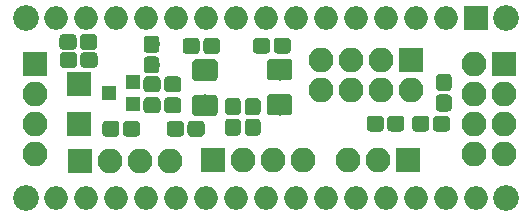
<source format=gbr>
G04 #@! TF.GenerationSoftware,KiCad,Pcbnew,(5.0.0)*
G04 #@! TF.CreationDate,2019-04-18T12:31:28+02:00*
G04 #@! TF.ProjectId,WateringSystem,5761746572696E6753797374656D2E6B,rev?*
G04 #@! TF.SameCoordinates,Original*
G04 #@! TF.FileFunction,Soldermask,Top*
G04 #@! TF.FilePolarity,Negative*
%FSLAX46Y46*%
G04 Gerber Fmt 4.6, Leading zero omitted, Abs format (unit mm)*
G04 Created by KiCad (PCBNEW (5.0.0)) date 04/18/19 12:31:28*
%MOMM*%
%LPD*%
G01*
G04 APERTURE LIST*
%ADD10R,2.000000X2.000000*%
%ADD11O,2.000000X2.000000*%
%ADD12C,2.180000*%
%ADD13C,0.100000*%
%ADD14C,1.350000*%
%ADD15R,2.080000X2.100000*%
%ADD16C,1.825000*%
%ADD17O,2.100000X2.100000*%
%ADD18R,2.100000X2.100000*%
%ADD19R,1.300000X1.200000*%
G04 APERTURE END LIST*
D10*
G04 #@! TO.C,A1*
X103174800Y-76758800D03*
D11*
X70154800Y-91998800D03*
X100634800Y-76758800D03*
X72694800Y-91998800D03*
X98094800Y-76758800D03*
X75234800Y-91998800D03*
X95554800Y-76758800D03*
X77774800Y-91998800D03*
X93014800Y-76758800D03*
X80314800Y-91998800D03*
X90474800Y-76758800D03*
X82854800Y-91998800D03*
X87934800Y-76758800D03*
X85394800Y-91998800D03*
X85394800Y-76758800D03*
X87934800Y-91998800D03*
X82854800Y-76758800D03*
X90474800Y-91998800D03*
X80314800Y-76758800D03*
X93014800Y-91998800D03*
X77774800Y-76758800D03*
X95554800Y-91998800D03*
X75234800Y-76758800D03*
X98094800Y-91998800D03*
X72694800Y-76758800D03*
X100634800Y-91998800D03*
X70154800Y-76758800D03*
X103174800Y-91998800D03*
X67614800Y-76758800D03*
X67614800Y-91998800D03*
D12*
X105714800Y-76758800D03*
X105714800Y-91998800D03*
X65074800Y-91998800D03*
X65074800Y-76758800D03*
G04 #@! TD*
D13*
G04 #@! TO.C,C1*
G36*
X69116181Y-79641425D02*
X69148943Y-79646285D01*
X69181071Y-79654333D01*
X69212256Y-79665491D01*
X69242196Y-79679652D01*
X69270605Y-79696679D01*
X69297208Y-79716409D01*
X69321749Y-79738651D01*
X69343991Y-79763192D01*
X69363721Y-79789795D01*
X69380748Y-79818204D01*
X69394909Y-79848144D01*
X69406067Y-79879329D01*
X69414115Y-79911457D01*
X69418975Y-79944219D01*
X69420600Y-79977300D01*
X69420600Y-80652300D01*
X69418975Y-80685381D01*
X69414115Y-80718143D01*
X69406067Y-80750271D01*
X69394909Y-80781456D01*
X69380748Y-80811396D01*
X69363721Y-80839805D01*
X69343991Y-80866408D01*
X69321749Y-80890949D01*
X69297208Y-80913191D01*
X69270605Y-80932921D01*
X69242196Y-80949948D01*
X69212256Y-80964109D01*
X69181071Y-80975267D01*
X69148943Y-80983315D01*
X69116181Y-80988175D01*
X69083100Y-80989800D01*
X68308100Y-80989800D01*
X68275019Y-80988175D01*
X68242257Y-80983315D01*
X68210129Y-80975267D01*
X68178944Y-80964109D01*
X68149004Y-80949948D01*
X68120595Y-80932921D01*
X68093992Y-80913191D01*
X68069451Y-80890949D01*
X68047209Y-80866408D01*
X68027479Y-80839805D01*
X68010452Y-80811396D01*
X67996291Y-80781456D01*
X67985133Y-80750271D01*
X67977085Y-80718143D01*
X67972225Y-80685381D01*
X67970600Y-80652300D01*
X67970600Y-79977300D01*
X67972225Y-79944219D01*
X67977085Y-79911457D01*
X67985133Y-79879329D01*
X67996291Y-79848144D01*
X68010452Y-79818204D01*
X68027479Y-79789795D01*
X68047209Y-79763192D01*
X68069451Y-79738651D01*
X68093992Y-79716409D01*
X68120595Y-79696679D01*
X68149004Y-79679652D01*
X68178944Y-79665491D01*
X68210129Y-79654333D01*
X68242257Y-79646285D01*
X68275019Y-79641425D01*
X68308100Y-79639800D01*
X69083100Y-79639800D01*
X69116181Y-79641425D01*
X69116181Y-79641425D01*
G37*
D14*
X68695600Y-80314800D03*
D13*
G36*
X70866181Y-79641425D02*
X70898943Y-79646285D01*
X70931071Y-79654333D01*
X70962256Y-79665491D01*
X70992196Y-79679652D01*
X71020605Y-79696679D01*
X71047208Y-79716409D01*
X71071749Y-79738651D01*
X71093991Y-79763192D01*
X71113721Y-79789795D01*
X71130748Y-79818204D01*
X71144909Y-79848144D01*
X71156067Y-79879329D01*
X71164115Y-79911457D01*
X71168975Y-79944219D01*
X71170600Y-79977300D01*
X71170600Y-80652300D01*
X71168975Y-80685381D01*
X71164115Y-80718143D01*
X71156067Y-80750271D01*
X71144909Y-80781456D01*
X71130748Y-80811396D01*
X71113721Y-80839805D01*
X71093991Y-80866408D01*
X71071749Y-80890949D01*
X71047208Y-80913191D01*
X71020605Y-80932921D01*
X70992196Y-80949948D01*
X70962256Y-80964109D01*
X70931071Y-80975267D01*
X70898943Y-80983315D01*
X70866181Y-80988175D01*
X70833100Y-80989800D01*
X70058100Y-80989800D01*
X70025019Y-80988175D01*
X69992257Y-80983315D01*
X69960129Y-80975267D01*
X69928944Y-80964109D01*
X69899004Y-80949948D01*
X69870595Y-80932921D01*
X69843992Y-80913191D01*
X69819451Y-80890949D01*
X69797209Y-80866408D01*
X69777479Y-80839805D01*
X69760452Y-80811396D01*
X69746291Y-80781456D01*
X69735133Y-80750271D01*
X69727085Y-80718143D01*
X69722225Y-80685381D01*
X69720600Y-80652300D01*
X69720600Y-79977300D01*
X69722225Y-79944219D01*
X69727085Y-79911457D01*
X69735133Y-79879329D01*
X69746291Y-79848144D01*
X69760452Y-79818204D01*
X69777479Y-79789795D01*
X69797209Y-79763192D01*
X69819451Y-79738651D01*
X69843992Y-79716409D01*
X69870595Y-79696679D01*
X69899004Y-79679652D01*
X69928944Y-79665491D01*
X69960129Y-79654333D01*
X69992257Y-79646285D01*
X70025019Y-79641425D01*
X70058100Y-79639800D01*
X70833100Y-79639800D01*
X70866181Y-79641425D01*
X70866181Y-79641425D01*
G37*
D14*
X70445600Y-80314800D03*
G04 #@! TD*
D13*
G04 #@! TO.C,C2*
G36*
X70840781Y-78117425D02*
X70873543Y-78122285D01*
X70905671Y-78130333D01*
X70936856Y-78141491D01*
X70966796Y-78155652D01*
X70995205Y-78172679D01*
X71021808Y-78192409D01*
X71046349Y-78214651D01*
X71068591Y-78239192D01*
X71088321Y-78265795D01*
X71105348Y-78294204D01*
X71119509Y-78324144D01*
X71130667Y-78355329D01*
X71138715Y-78387457D01*
X71143575Y-78420219D01*
X71145200Y-78453300D01*
X71145200Y-79128300D01*
X71143575Y-79161381D01*
X71138715Y-79194143D01*
X71130667Y-79226271D01*
X71119509Y-79257456D01*
X71105348Y-79287396D01*
X71088321Y-79315805D01*
X71068591Y-79342408D01*
X71046349Y-79366949D01*
X71021808Y-79389191D01*
X70995205Y-79408921D01*
X70966796Y-79425948D01*
X70936856Y-79440109D01*
X70905671Y-79451267D01*
X70873543Y-79459315D01*
X70840781Y-79464175D01*
X70807700Y-79465800D01*
X70032700Y-79465800D01*
X69999619Y-79464175D01*
X69966857Y-79459315D01*
X69934729Y-79451267D01*
X69903544Y-79440109D01*
X69873604Y-79425948D01*
X69845195Y-79408921D01*
X69818592Y-79389191D01*
X69794051Y-79366949D01*
X69771809Y-79342408D01*
X69752079Y-79315805D01*
X69735052Y-79287396D01*
X69720891Y-79257456D01*
X69709733Y-79226271D01*
X69701685Y-79194143D01*
X69696825Y-79161381D01*
X69695200Y-79128300D01*
X69695200Y-78453300D01*
X69696825Y-78420219D01*
X69701685Y-78387457D01*
X69709733Y-78355329D01*
X69720891Y-78324144D01*
X69735052Y-78294204D01*
X69752079Y-78265795D01*
X69771809Y-78239192D01*
X69794051Y-78214651D01*
X69818592Y-78192409D01*
X69845195Y-78172679D01*
X69873604Y-78155652D01*
X69903544Y-78141491D01*
X69934729Y-78130333D01*
X69966857Y-78122285D01*
X69999619Y-78117425D01*
X70032700Y-78115800D01*
X70807700Y-78115800D01*
X70840781Y-78117425D01*
X70840781Y-78117425D01*
G37*
D14*
X70420200Y-78790800D03*
D13*
G36*
X69090781Y-78117425D02*
X69123543Y-78122285D01*
X69155671Y-78130333D01*
X69186856Y-78141491D01*
X69216796Y-78155652D01*
X69245205Y-78172679D01*
X69271808Y-78192409D01*
X69296349Y-78214651D01*
X69318591Y-78239192D01*
X69338321Y-78265795D01*
X69355348Y-78294204D01*
X69369509Y-78324144D01*
X69380667Y-78355329D01*
X69388715Y-78387457D01*
X69393575Y-78420219D01*
X69395200Y-78453300D01*
X69395200Y-79128300D01*
X69393575Y-79161381D01*
X69388715Y-79194143D01*
X69380667Y-79226271D01*
X69369509Y-79257456D01*
X69355348Y-79287396D01*
X69338321Y-79315805D01*
X69318591Y-79342408D01*
X69296349Y-79366949D01*
X69271808Y-79389191D01*
X69245205Y-79408921D01*
X69216796Y-79425948D01*
X69186856Y-79440109D01*
X69155671Y-79451267D01*
X69123543Y-79459315D01*
X69090781Y-79464175D01*
X69057700Y-79465800D01*
X68282700Y-79465800D01*
X68249619Y-79464175D01*
X68216857Y-79459315D01*
X68184729Y-79451267D01*
X68153544Y-79440109D01*
X68123604Y-79425948D01*
X68095195Y-79408921D01*
X68068592Y-79389191D01*
X68044051Y-79366949D01*
X68021809Y-79342408D01*
X68002079Y-79315805D01*
X67985052Y-79287396D01*
X67970891Y-79257456D01*
X67959733Y-79226271D01*
X67951685Y-79194143D01*
X67946825Y-79161381D01*
X67945200Y-79128300D01*
X67945200Y-78453300D01*
X67946825Y-78420219D01*
X67951685Y-78387457D01*
X67959733Y-78355329D01*
X67970891Y-78324144D01*
X67985052Y-78294204D01*
X68002079Y-78265795D01*
X68021809Y-78239192D01*
X68044051Y-78214651D01*
X68068592Y-78192409D01*
X68095195Y-78172679D01*
X68123604Y-78155652D01*
X68153544Y-78141491D01*
X68184729Y-78130333D01*
X68216857Y-78122285D01*
X68249619Y-78117425D01*
X68282700Y-78115800D01*
X69057700Y-78115800D01*
X69090781Y-78117425D01*
X69090781Y-78117425D01*
G37*
D14*
X68670200Y-78790800D03*
G04 #@! TD*
D13*
G04 #@! TO.C,C3*
G36*
X76202781Y-81698825D02*
X76235543Y-81703685D01*
X76267671Y-81711733D01*
X76298856Y-81722891D01*
X76328796Y-81737052D01*
X76357205Y-81754079D01*
X76383808Y-81773809D01*
X76408349Y-81796051D01*
X76430591Y-81820592D01*
X76450321Y-81847195D01*
X76467348Y-81875604D01*
X76481509Y-81905544D01*
X76492667Y-81936729D01*
X76500715Y-81968857D01*
X76505575Y-82001619D01*
X76507200Y-82034700D01*
X76507200Y-82709700D01*
X76505575Y-82742781D01*
X76500715Y-82775543D01*
X76492667Y-82807671D01*
X76481509Y-82838856D01*
X76467348Y-82868796D01*
X76450321Y-82897205D01*
X76430591Y-82923808D01*
X76408349Y-82948349D01*
X76383808Y-82970591D01*
X76357205Y-82990321D01*
X76328796Y-83007348D01*
X76298856Y-83021509D01*
X76267671Y-83032667D01*
X76235543Y-83040715D01*
X76202781Y-83045575D01*
X76169700Y-83047200D01*
X75394700Y-83047200D01*
X75361619Y-83045575D01*
X75328857Y-83040715D01*
X75296729Y-83032667D01*
X75265544Y-83021509D01*
X75235604Y-83007348D01*
X75207195Y-82990321D01*
X75180592Y-82970591D01*
X75156051Y-82948349D01*
X75133809Y-82923808D01*
X75114079Y-82897205D01*
X75097052Y-82868796D01*
X75082891Y-82838856D01*
X75071733Y-82807671D01*
X75063685Y-82775543D01*
X75058825Y-82742781D01*
X75057200Y-82709700D01*
X75057200Y-82034700D01*
X75058825Y-82001619D01*
X75063685Y-81968857D01*
X75071733Y-81936729D01*
X75082891Y-81905544D01*
X75097052Y-81875604D01*
X75114079Y-81847195D01*
X75133809Y-81820592D01*
X75156051Y-81796051D01*
X75180592Y-81773809D01*
X75207195Y-81754079D01*
X75235604Y-81737052D01*
X75265544Y-81722891D01*
X75296729Y-81711733D01*
X75328857Y-81703685D01*
X75361619Y-81698825D01*
X75394700Y-81697200D01*
X76169700Y-81697200D01*
X76202781Y-81698825D01*
X76202781Y-81698825D01*
G37*
D14*
X75782200Y-82372200D03*
D13*
G36*
X77952781Y-81698825D02*
X77985543Y-81703685D01*
X78017671Y-81711733D01*
X78048856Y-81722891D01*
X78078796Y-81737052D01*
X78107205Y-81754079D01*
X78133808Y-81773809D01*
X78158349Y-81796051D01*
X78180591Y-81820592D01*
X78200321Y-81847195D01*
X78217348Y-81875604D01*
X78231509Y-81905544D01*
X78242667Y-81936729D01*
X78250715Y-81968857D01*
X78255575Y-82001619D01*
X78257200Y-82034700D01*
X78257200Y-82709700D01*
X78255575Y-82742781D01*
X78250715Y-82775543D01*
X78242667Y-82807671D01*
X78231509Y-82838856D01*
X78217348Y-82868796D01*
X78200321Y-82897205D01*
X78180591Y-82923808D01*
X78158349Y-82948349D01*
X78133808Y-82970591D01*
X78107205Y-82990321D01*
X78078796Y-83007348D01*
X78048856Y-83021509D01*
X78017671Y-83032667D01*
X77985543Y-83040715D01*
X77952781Y-83045575D01*
X77919700Y-83047200D01*
X77144700Y-83047200D01*
X77111619Y-83045575D01*
X77078857Y-83040715D01*
X77046729Y-83032667D01*
X77015544Y-83021509D01*
X76985604Y-83007348D01*
X76957195Y-82990321D01*
X76930592Y-82970591D01*
X76906051Y-82948349D01*
X76883809Y-82923808D01*
X76864079Y-82897205D01*
X76847052Y-82868796D01*
X76832891Y-82838856D01*
X76821733Y-82807671D01*
X76813685Y-82775543D01*
X76808825Y-82742781D01*
X76807200Y-82709700D01*
X76807200Y-82034700D01*
X76808825Y-82001619D01*
X76813685Y-81968857D01*
X76821733Y-81936729D01*
X76832891Y-81905544D01*
X76847052Y-81875604D01*
X76864079Y-81847195D01*
X76883809Y-81820592D01*
X76906051Y-81796051D01*
X76930592Y-81773809D01*
X76957195Y-81754079D01*
X76985604Y-81737052D01*
X77015544Y-81722891D01*
X77046729Y-81711733D01*
X77078857Y-81703685D01*
X77111619Y-81698825D01*
X77144700Y-81697200D01*
X77919700Y-81697200D01*
X77952781Y-81698825D01*
X77952781Y-81698825D01*
G37*
D14*
X77532200Y-82372200D03*
G04 #@! TD*
D15*
G04 #@! TO.C,D1*
X69570600Y-85748600D03*
X69570600Y-82348600D03*
G04 #@! TD*
D13*
G04 #@! TO.C,D2*
G36*
X87374807Y-83188442D02*
X87405887Y-83193052D01*
X87436366Y-83200687D01*
X87465950Y-83211272D01*
X87494354Y-83224706D01*
X87521304Y-83240859D01*
X87546542Y-83259577D01*
X87569823Y-83280677D01*
X87590923Y-83303958D01*
X87609641Y-83329196D01*
X87625794Y-83356146D01*
X87639228Y-83384550D01*
X87649813Y-83414134D01*
X87657448Y-83444613D01*
X87662058Y-83475693D01*
X87663600Y-83507076D01*
X87663600Y-84691724D01*
X87662058Y-84723107D01*
X87657448Y-84754187D01*
X87649813Y-84784666D01*
X87639228Y-84814250D01*
X87625794Y-84842654D01*
X87609641Y-84869604D01*
X87590923Y-84894842D01*
X87569823Y-84918123D01*
X87546542Y-84939223D01*
X87521304Y-84957941D01*
X87494354Y-84974094D01*
X87465950Y-84987528D01*
X87436366Y-84998113D01*
X87405887Y-85005748D01*
X87374807Y-85010358D01*
X87343424Y-85011900D01*
X85833776Y-85011900D01*
X85802393Y-85010358D01*
X85771313Y-85005748D01*
X85740834Y-84998113D01*
X85711250Y-84987528D01*
X85682846Y-84974094D01*
X85655896Y-84957941D01*
X85630658Y-84939223D01*
X85607377Y-84918123D01*
X85586277Y-84894842D01*
X85567559Y-84869604D01*
X85551406Y-84842654D01*
X85537972Y-84814250D01*
X85527387Y-84784666D01*
X85519752Y-84754187D01*
X85515142Y-84723107D01*
X85513600Y-84691724D01*
X85513600Y-83507076D01*
X85515142Y-83475693D01*
X85519752Y-83444613D01*
X85527387Y-83414134D01*
X85537972Y-83384550D01*
X85551406Y-83356146D01*
X85567559Y-83329196D01*
X85586277Y-83303958D01*
X85607377Y-83280677D01*
X85630658Y-83259577D01*
X85655896Y-83240859D01*
X85682846Y-83224706D01*
X85711250Y-83211272D01*
X85740834Y-83200687D01*
X85771313Y-83193052D01*
X85802393Y-83188442D01*
X85833776Y-83186900D01*
X87343424Y-83186900D01*
X87374807Y-83188442D01*
X87374807Y-83188442D01*
G37*
D16*
X86588600Y-84099400D03*
D13*
G36*
X87374807Y-80213442D02*
X87405887Y-80218052D01*
X87436366Y-80225687D01*
X87465950Y-80236272D01*
X87494354Y-80249706D01*
X87521304Y-80265859D01*
X87546542Y-80284577D01*
X87569823Y-80305677D01*
X87590923Y-80328958D01*
X87609641Y-80354196D01*
X87625794Y-80381146D01*
X87639228Y-80409550D01*
X87649813Y-80439134D01*
X87657448Y-80469613D01*
X87662058Y-80500693D01*
X87663600Y-80532076D01*
X87663600Y-81716724D01*
X87662058Y-81748107D01*
X87657448Y-81779187D01*
X87649813Y-81809666D01*
X87639228Y-81839250D01*
X87625794Y-81867654D01*
X87609641Y-81894604D01*
X87590923Y-81919842D01*
X87569823Y-81943123D01*
X87546542Y-81964223D01*
X87521304Y-81982941D01*
X87494354Y-81999094D01*
X87465950Y-82012528D01*
X87436366Y-82023113D01*
X87405887Y-82030748D01*
X87374807Y-82035358D01*
X87343424Y-82036900D01*
X85833776Y-82036900D01*
X85802393Y-82035358D01*
X85771313Y-82030748D01*
X85740834Y-82023113D01*
X85711250Y-82012528D01*
X85682846Y-81999094D01*
X85655896Y-81982941D01*
X85630658Y-81964223D01*
X85607377Y-81943123D01*
X85586277Y-81919842D01*
X85567559Y-81894604D01*
X85551406Y-81867654D01*
X85537972Y-81839250D01*
X85527387Y-81809666D01*
X85519752Y-81779187D01*
X85515142Y-81748107D01*
X85513600Y-81716724D01*
X85513600Y-80532076D01*
X85515142Y-80500693D01*
X85519752Y-80469613D01*
X85527387Y-80439134D01*
X85537972Y-80409550D01*
X85551406Y-80381146D01*
X85567559Y-80354196D01*
X85586277Y-80328958D01*
X85607377Y-80305677D01*
X85630658Y-80284577D01*
X85655896Y-80265859D01*
X85682846Y-80249706D01*
X85711250Y-80236272D01*
X85740834Y-80225687D01*
X85771313Y-80218052D01*
X85802393Y-80213442D01*
X85833776Y-80211900D01*
X87343424Y-80211900D01*
X87374807Y-80213442D01*
X87374807Y-80213442D01*
G37*
D16*
X86588600Y-81124400D03*
G04 #@! TD*
D13*
G04 #@! TO.C,D3*
G36*
X81050207Y-80267442D02*
X81081287Y-80272052D01*
X81111766Y-80279687D01*
X81141350Y-80290272D01*
X81169754Y-80303706D01*
X81196704Y-80319859D01*
X81221942Y-80338577D01*
X81245223Y-80359677D01*
X81266323Y-80382958D01*
X81285041Y-80408196D01*
X81301194Y-80435146D01*
X81314628Y-80463550D01*
X81325213Y-80493134D01*
X81332848Y-80523613D01*
X81337458Y-80554693D01*
X81339000Y-80586076D01*
X81339000Y-81770724D01*
X81337458Y-81802107D01*
X81332848Y-81833187D01*
X81325213Y-81863666D01*
X81314628Y-81893250D01*
X81301194Y-81921654D01*
X81285041Y-81948604D01*
X81266323Y-81973842D01*
X81245223Y-81997123D01*
X81221942Y-82018223D01*
X81196704Y-82036941D01*
X81169754Y-82053094D01*
X81141350Y-82066528D01*
X81111766Y-82077113D01*
X81081287Y-82084748D01*
X81050207Y-82089358D01*
X81018824Y-82090900D01*
X79509176Y-82090900D01*
X79477793Y-82089358D01*
X79446713Y-82084748D01*
X79416234Y-82077113D01*
X79386650Y-82066528D01*
X79358246Y-82053094D01*
X79331296Y-82036941D01*
X79306058Y-82018223D01*
X79282777Y-81997123D01*
X79261677Y-81973842D01*
X79242959Y-81948604D01*
X79226806Y-81921654D01*
X79213372Y-81893250D01*
X79202787Y-81863666D01*
X79195152Y-81833187D01*
X79190542Y-81802107D01*
X79189000Y-81770724D01*
X79189000Y-80586076D01*
X79190542Y-80554693D01*
X79195152Y-80523613D01*
X79202787Y-80493134D01*
X79213372Y-80463550D01*
X79226806Y-80435146D01*
X79242959Y-80408196D01*
X79261677Y-80382958D01*
X79282777Y-80359677D01*
X79306058Y-80338577D01*
X79331296Y-80319859D01*
X79358246Y-80303706D01*
X79386650Y-80290272D01*
X79416234Y-80279687D01*
X79446713Y-80272052D01*
X79477793Y-80267442D01*
X79509176Y-80265900D01*
X81018824Y-80265900D01*
X81050207Y-80267442D01*
X81050207Y-80267442D01*
G37*
D16*
X80264000Y-81178400D03*
D13*
G36*
X81050207Y-83242442D02*
X81081287Y-83247052D01*
X81111766Y-83254687D01*
X81141350Y-83265272D01*
X81169754Y-83278706D01*
X81196704Y-83294859D01*
X81221942Y-83313577D01*
X81245223Y-83334677D01*
X81266323Y-83357958D01*
X81285041Y-83383196D01*
X81301194Y-83410146D01*
X81314628Y-83438550D01*
X81325213Y-83468134D01*
X81332848Y-83498613D01*
X81337458Y-83529693D01*
X81339000Y-83561076D01*
X81339000Y-84745724D01*
X81337458Y-84777107D01*
X81332848Y-84808187D01*
X81325213Y-84838666D01*
X81314628Y-84868250D01*
X81301194Y-84896654D01*
X81285041Y-84923604D01*
X81266323Y-84948842D01*
X81245223Y-84972123D01*
X81221942Y-84993223D01*
X81196704Y-85011941D01*
X81169754Y-85028094D01*
X81141350Y-85041528D01*
X81111766Y-85052113D01*
X81081287Y-85059748D01*
X81050207Y-85064358D01*
X81018824Y-85065900D01*
X79509176Y-85065900D01*
X79477793Y-85064358D01*
X79446713Y-85059748D01*
X79416234Y-85052113D01*
X79386650Y-85041528D01*
X79358246Y-85028094D01*
X79331296Y-85011941D01*
X79306058Y-84993223D01*
X79282777Y-84972123D01*
X79261677Y-84948842D01*
X79242959Y-84923604D01*
X79226806Y-84896654D01*
X79213372Y-84868250D01*
X79202787Y-84838666D01*
X79195152Y-84808187D01*
X79190542Y-84777107D01*
X79189000Y-84745724D01*
X79189000Y-83561076D01*
X79190542Y-83529693D01*
X79195152Y-83498613D01*
X79202787Y-83468134D01*
X79213372Y-83438550D01*
X79226806Y-83410146D01*
X79242959Y-83383196D01*
X79261677Y-83357958D01*
X79282777Y-83334677D01*
X79306058Y-83313577D01*
X79331296Y-83294859D01*
X79358246Y-83278706D01*
X79386650Y-83265272D01*
X79416234Y-83254687D01*
X79446713Y-83247052D01*
X79477793Y-83242442D01*
X79509176Y-83240900D01*
X81018824Y-83240900D01*
X81050207Y-83242442D01*
X81050207Y-83242442D01*
G37*
D16*
X80264000Y-84153400D03*
G04 #@! TD*
D17*
G04 #@! TO.C,J1*
X65913000Y-88239600D03*
X65913000Y-85699600D03*
X65913000Y-83159600D03*
D18*
X65913000Y-80619600D03*
G04 #@! TD*
D17*
G04 #@! TO.C,J2*
X90093800Y-82854800D03*
X90093800Y-80314800D03*
X92633800Y-82854800D03*
X92633800Y-80314800D03*
X95173800Y-82854800D03*
X95173800Y-80314800D03*
X97713800Y-82854800D03*
D18*
X97713800Y-80314800D03*
G04 #@! TD*
G04 #@! TO.C,J4*
X69723000Y-88849200D03*
D17*
X72263000Y-88849200D03*
X74803000Y-88849200D03*
X77343000Y-88849200D03*
G04 #@! TD*
D19*
G04 #@! TO.C,Q1*
X74152000Y-84084200D03*
X74152000Y-82184200D03*
X72152000Y-83134200D03*
G04 #@! TD*
D13*
G04 #@! TO.C,R1*
G36*
X76202781Y-83476825D02*
X76235543Y-83481685D01*
X76267671Y-83489733D01*
X76298856Y-83500891D01*
X76328796Y-83515052D01*
X76357205Y-83532079D01*
X76383808Y-83551809D01*
X76408349Y-83574051D01*
X76430591Y-83598592D01*
X76450321Y-83625195D01*
X76467348Y-83653604D01*
X76481509Y-83683544D01*
X76492667Y-83714729D01*
X76500715Y-83746857D01*
X76505575Y-83779619D01*
X76507200Y-83812700D01*
X76507200Y-84487700D01*
X76505575Y-84520781D01*
X76500715Y-84553543D01*
X76492667Y-84585671D01*
X76481509Y-84616856D01*
X76467348Y-84646796D01*
X76450321Y-84675205D01*
X76430591Y-84701808D01*
X76408349Y-84726349D01*
X76383808Y-84748591D01*
X76357205Y-84768321D01*
X76328796Y-84785348D01*
X76298856Y-84799509D01*
X76267671Y-84810667D01*
X76235543Y-84818715D01*
X76202781Y-84823575D01*
X76169700Y-84825200D01*
X75394700Y-84825200D01*
X75361619Y-84823575D01*
X75328857Y-84818715D01*
X75296729Y-84810667D01*
X75265544Y-84799509D01*
X75235604Y-84785348D01*
X75207195Y-84768321D01*
X75180592Y-84748591D01*
X75156051Y-84726349D01*
X75133809Y-84701808D01*
X75114079Y-84675205D01*
X75097052Y-84646796D01*
X75082891Y-84616856D01*
X75071733Y-84585671D01*
X75063685Y-84553543D01*
X75058825Y-84520781D01*
X75057200Y-84487700D01*
X75057200Y-83812700D01*
X75058825Y-83779619D01*
X75063685Y-83746857D01*
X75071733Y-83714729D01*
X75082891Y-83683544D01*
X75097052Y-83653604D01*
X75114079Y-83625195D01*
X75133809Y-83598592D01*
X75156051Y-83574051D01*
X75180592Y-83551809D01*
X75207195Y-83532079D01*
X75235604Y-83515052D01*
X75265544Y-83500891D01*
X75296729Y-83489733D01*
X75328857Y-83481685D01*
X75361619Y-83476825D01*
X75394700Y-83475200D01*
X76169700Y-83475200D01*
X76202781Y-83476825D01*
X76202781Y-83476825D01*
G37*
D14*
X75782200Y-84150200D03*
D13*
G36*
X77952781Y-83476825D02*
X77985543Y-83481685D01*
X78017671Y-83489733D01*
X78048856Y-83500891D01*
X78078796Y-83515052D01*
X78107205Y-83532079D01*
X78133808Y-83551809D01*
X78158349Y-83574051D01*
X78180591Y-83598592D01*
X78200321Y-83625195D01*
X78217348Y-83653604D01*
X78231509Y-83683544D01*
X78242667Y-83714729D01*
X78250715Y-83746857D01*
X78255575Y-83779619D01*
X78257200Y-83812700D01*
X78257200Y-84487700D01*
X78255575Y-84520781D01*
X78250715Y-84553543D01*
X78242667Y-84585671D01*
X78231509Y-84616856D01*
X78217348Y-84646796D01*
X78200321Y-84675205D01*
X78180591Y-84701808D01*
X78158349Y-84726349D01*
X78133808Y-84748591D01*
X78107205Y-84768321D01*
X78078796Y-84785348D01*
X78048856Y-84799509D01*
X78017671Y-84810667D01*
X77985543Y-84818715D01*
X77952781Y-84823575D01*
X77919700Y-84825200D01*
X77144700Y-84825200D01*
X77111619Y-84823575D01*
X77078857Y-84818715D01*
X77046729Y-84810667D01*
X77015544Y-84799509D01*
X76985604Y-84785348D01*
X76957195Y-84768321D01*
X76930592Y-84748591D01*
X76906051Y-84726349D01*
X76883809Y-84701808D01*
X76864079Y-84675205D01*
X76847052Y-84646796D01*
X76832891Y-84616856D01*
X76821733Y-84585671D01*
X76813685Y-84553543D01*
X76808825Y-84520781D01*
X76807200Y-84487700D01*
X76807200Y-83812700D01*
X76808825Y-83779619D01*
X76813685Y-83746857D01*
X76821733Y-83714729D01*
X76832891Y-83683544D01*
X76847052Y-83653604D01*
X76864079Y-83625195D01*
X76883809Y-83598592D01*
X76906051Y-83574051D01*
X76930592Y-83551809D01*
X76957195Y-83532079D01*
X76985604Y-83515052D01*
X77015544Y-83500891D01*
X77046729Y-83489733D01*
X77078857Y-83481685D01*
X77111619Y-83476825D01*
X77144700Y-83475200D01*
X77919700Y-83475200D01*
X77952781Y-83476825D01*
X77952781Y-83476825D01*
G37*
D14*
X77532200Y-84150200D03*
G04 #@! TD*
D13*
G04 #@! TO.C,R2*
G36*
X85473781Y-78422225D02*
X85506543Y-78427085D01*
X85538671Y-78435133D01*
X85569856Y-78446291D01*
X85599796Y-78460452D01*
X85628205Y-78477479D01*
X85654808Y-78497209D01*
X85679349Y-78519451D01*
X85701591Y-78543992D01*
X85721321Y-78570595D01*
X85738348Y-78599004D01*
X85752509Y-78628944D01*
X85763667Y-78660129D01*
X85771715Y-78692257D01*
X85776575Y-78725019D01*
X85778200Y-78758100D01*
X85778200Y-79433100D01*
X85776575Y-79466181D01*
X85771715Y-79498943D01*
X85763667Y-79531071D01*
X85752509Y-79562256D01*
X85738348Y-79592196D01*
X85721321Y-79620605D01*
X85701591Y-79647208D01*
X85679349Y-79671749D01*
X85654808Y-79693991D01*
X85628205Y-79713721D01*
X85599796Y-79730748D01*
X85569856Y-79744909D01*
X85538671Y-79756067D01*
X85506543Y-79764115D01*
X85473781Y-79768975D01*
X85440700Y-79770600D01*
X84665700Y-79770600D01*
X84632619Y-79768975D01*
X84599857Y-79764115D01*
X84567729Y-79756067D01*
X84536544Y-79744909D01*
X84506604Y-79730748D01*
X84478195Y-79713721D01*
X84451592Y-79693991D01*
X84427051Y-79671749D01*
X84404809Y-79647208D01*
X84385079Y-79620605D01*
X84368052Y-79592196D01*
X84353891Y-79562256D01*
X84342733Y-79531071D01*
X84334685Y-79498943D01*
X84329825Y-79466181D01*
X84328200Y-79433100D01*
X84328200Y-78758100D01*
X84329825Y-78725019D01*
X84334685Y-78692257D01*
X84342733Y-78660129D01*
X84353891Y-78628944D01*
X84368052Y-78599004D01*
X84385079Y-78570595D01*
X84404809Y-78543992D01*
X84427051Y-78519451D01*
X84451592Y-78497209D01*
X84478195Y-78477479D01*
X84506604Y-78460452D01*
X84536544Y-78446291D01*
X84567729Y-78435133D01*
X84599857Y-78427085D01*
X84632619Y-78422225D01*
X84665700Y-78420600D01*
X85440700Y-78420600D01*
X85473781Y-78422225D01*
X85473781Y-78422225D01*
G37*
D14*
X85053200Y-79095600D03*
D13*
G36*
X87223781Y-78422225D02*
X87256543Y-78427085D01*
X87288671Y-78435133D01*
X87319856Y-78446291D01*
X87349796Y-78460452D01*
X87378205Y-78477479D01*
X87404808Y-78497209D01*
X87429349Y-78519451D01*
X87451591Y-78543992D01*
X87471321Y-78570595D01*
X87488348Y-78599004D01*
X87502509Y-78628944D01*
X87513667Y-78660129D01*
X87521715Y-78692257D01*
X87526575Y-78725019D01*
X87528200Y-78758100D01*
X87528200Y-79433100D01*
X87526575Y-79466181D01*
X87521715Y-79498943D01*
X87513667Y-79531071D01*
X87502509Y-79562256D01*
X87488348Y-79592196D01*
X87471321Y-79620605D01*
X87451591Y-79647208D01*
X87429349Y-79671749D01*
X87404808Y-79693991D01*
X87378205Y-79713721D01*
X87349796Y-79730748D01*
X87319856Y-79744909D01*
X87288671Y-79756067D01*
X87256543Y-79764115D01*
X87223781Y-79768975D01*
X87190700Y-79770600D01*
X86415700Y-79770600D01*
X86382619Y-79768975D01*
X86349857Y-79764115D01*
X86317729Y-79756067D01*
X86286544Y-79744909D01*
X86256604Y-79730748D01*
X86228195Y-79713721D01*
X86201592Y-79693991D01*
X86177051Y-79671749D01*
X86154809Y-79647208D01*
X86135079Y-79620605D01*
X86118052Y-79592196D01*
X86103891Y-79562256D01*
X86092733Y-79531071D01*
X86084685Y-79498943D01*
X86079825Y-79466181D01*
X86078200Y-79433100D01*
X86078200Y-78758100D01*
X86079825Y-78725019D01*
X86084685Y-78692257D01*
X86092733Y-78660129D01*
X86103891Y-78628944D01*
X86118052Y-78599004D01*
X86135079Y-78570595D01*
X86154809Y-78543992D01*
X86177051Y-78519451D01*
X86201592Y-78497209D01*
X86228195Y-78477479D01*
X86256604Y-78460452D01*
X86286544Y-78446291D01*
X86317729Y-78435133D01*
X86349857Y-78427085D01*
X86382619Y-78422225D01*
X86415700Y-78420600D01*
X87190700Y-78420600D01*
X87223781Y-78422225D01*
X87223781Y-78422225D01*
G37*
D14*
X86803200Y-79095600D03*
G04 #@! TD*
D13*
G04 #@! TO.C,R3*
G36*
X76113381Y-78259225D02*
X76146143Y-78264085D01*
X76178271Y-78272133D01*
X76209456Y-78283291D01*
X76239396Y-78297452D01*
X76267805Y-78314479D01*
X76294408Y-78334209D01*
X76318949Y-78356451D01*
X76341191Y-78380992D01*
X76360921Y-78407595D01*
X76377948Y-78436004D01*
X76392109Y-78465944D01*
X76403267Y-78497129D01*
X76411315Y-78529257D01*
X76416175Y-78562019D01*
X76417800Y-78595100D01*
X76417800Y-79370100D01*
X76416175Y-79403181D01*
X76411315Y-79435943D01*
X76403267Y-79468071D01*
X76392109Y-79499256D01*
X76377948Y-79529196D01*
X76360921Y-79557605D01*
X76341191Y-79584208D01*
X76318949Y-79608749D01*
X76294408Y-79630991D01*
X76267805Y-79650721D01*
X76239396Y-79667748D01*
X76209456Y-79681909D01*
X76178271Y-79693067D01*
X76146143Y-79701115D01*
X76113381Y-79705975D01*
X76080300Y-79707600D01*
X75405300Y-79707600D01*
X75372219Y-79705975D01*
X75339457Y-79701115D01*
X75307329Y-79693067D01*
X75276144Y-79681909D01*
X75246204Y-79667748D01*
X75217795Y-79650721D01*
X75191192Y-79630991D01*
X75166651Y-79608749D01*
X75144409Y-79584208D01*
X75124679Y-79557605D01*
X75107652Y-79529196D01*
X75093491Y-79499256D01*
X75082333Y-79468071D01*
X75074285Y-79435943D01*
X75069425Y-79403181D01*
X75067800Y-79370100D01*
X75067800Y-78595100D01*
X75069425Y-78562019D01*
X75074285Y-78529257D01*
X75082333Y-78497129D01*
X75093491Y-78465944D01*
X75107652Y-78436004D01*
X75124679Y-78407595D01*
X75144409Y-78380992D01*
X75166651Y-78356451D01*
X75191192Y-78334209D01*
X75217795Y-78314479D01*
X75246204Y-78297452D01*
X75276144Y-78283291D01*
X75307329Y-78272133D01*
X75339457Y-78264085D01*
X75372219Y-78259225D01*
X75405300Y-78257600D01*
X76080300Y-78257600D01*
X76113381Y-78259225D01*
X76113381Y-78259225D01*
G37*
D14*
X75742800Y-78982600D03*
D13*
G36*
X76113381Y-80009225D02*
X76146143Y-80014085D01*
X76178271Y-80022133D01*
X76209456Y-80033291D01*
X76239396Y-80047452D01*
X76267805Y-80064479D01*
X76294408Y-80084209D01*
X76318949Y-80106451D01*
X76341191Y-80130992D01*
X76360921Y-80157595D01*
X76377948Y-80186004D01*
X76392109Y-80215944D01*
X76403267Y-80247129D01*
X76411315Y-80279257D01*
X76416175Y-80312019D01*
X76417800Y-80345100D01*
X76417800Y-81120100D01*
X76416175Y-81153181D01*
X76411315Y-81185943D01*
X76403267Y-81218071D01*
X76392109Y-81249256D01*
X76377948Y-81279196D01*
X76360921Y-81307605D01*
X76341191Y-81334208D01*
X76318949Y-81358749D01*
X76294408Y-81380991D01*
X76267805Y-81400721D01*
X76239396Y-81417748D01*
X76209456Y-81431909D01*
X76178271Y-81443067D01*
X76146143Y-81451115D01*
X76113381Y-81455975D01*
X76080300Y-81457600D01*
X75405300Y-81457600D01*
X75372219Y-81455975D01*
X75339457Y-81451115D01*
X75307329Y-81443067D01*
X75276144Y-81431909D01*
X75246204Y-81417748D01*
X75217795Y-81400721D01*
X75191192Y-81380991D01*
X75166651Y-81358749D01*
X75144409Y-81334208D01*
X75124679Y-81307605D01*
X75107652Y-81279196D01*
X75093491Y-81249256D01*
X75082333Y-81218071D01*
X75074285Y-81185943D01*
X75069425Y-81153181D01*
X75067800Y-81120100D01*
X75067800Y-80345100D01*
X75069425Y-80312019D01*
X75074285Y-80279257D01*
X75082333Y-80247129D01*
X75093491Y-80215944D01*
X75107652Y-80186004D01*
X75124679Y-80157595D01*
X75144409Y-80130992D01*
X75166651Y-80106451D01*
X75191192Y-80084209D01*
X75217795Y-80064479D01*
X75246204Y-80047452D01*
X75276144Y-80033291D01*
X75307329Y-80022133D01*
X75339457Y-80014085D01*
X75372219Y-80009225D01*
X75405300Y-80007600D01*
X76080300Y-80007600D01*
X76113381Y-80009225D01*
X76113381Y-80009225D01*
G37*
D14*
X75742800Y-80732600D03*
G04 #@! TD*
D13*
G04 #@! TO.C,R4*
G36*
X79518781Y-78447625D02*
X79551543Y-78452485D01*
X79583671Y-78460533D01*
X79614856Y-78471691D01*
X79644796Y-78485852D01*
X79673205Y-78502879D01*
X79699808Y-78522609D01*
X79724349Y-78544851D01*
X79746591Y-78569392D01*
X79766321Y-78595995D01*
X79783348Y-78624404D01*
X79797509Y-78654344D01*
X79808667Y-78685529D01*
X79816715Y-78717657D01*
X79821575Y-78750419D01*
X79823200Y-78783500D01*
X79823200Y-79458500D01*
X79821575Y-79491581D01*
X79816715Y-79524343D01*
X79808667Y-79556471D01*
X79797509Y-79587656D01*
X79783348Y-79617596D01*
X79766321Y-79646005D01*
X79746591Y-79672608D01*
X79724349Y-79697149D01*
X79699808Y-79719391D01*
X79673205Y-79739121D01*
X79644796Y-79756148D01*
X79614856Y-79770309D01*
X79583671Y-79781467D01*
X79551543Y-79789515D01*
X79518781Y-79794375D01*
X79485700Y-79796000D01*
X78710700Y-79796000D01*
X78677619Y-79794375D01*
X78644857Y-79789515D01*
X78612729Y-79781467D01*
X78581544Y-79770309D01*
X78551604Y-79756148D01*
X78523195Y-79739121D01*
X78496592Y-79719391D01*
X78472051Y-79697149D01*
X78449809Y-79672608D01*
X78430079Y-79646005D01*
X78413052Y-79617596D01*
X78398891Y-79587656D01*
X78387733Y-79556471D01*
X78379685Y-79524343D01*
X78374825Y-79491581D01*
X78373200Y-79458500D01*
X78373200Y-78783500D01*
X78374825Y-78750419D01*
X78379685Y-78717657D01*
X78387733Y-78685529D01*
X78398891Y-78654344D01*
X78413052Y-78624404D01*
X78430079Y-78595995D01*
X78449809Y-78569392D01*
X78472051Y-78544851D01*
X78496592Y-78522609D01*
X78523195Y-78502879D01*
X78551604Y-78485852D01*
X78581544Y-78471691D01*
X78612729Y-78460533D01*
X78644857Y-78452485D01*
X78677619Y-78447625D01*
X78710700Y-78446000D01*
X79485700Y-78446000D01*
X79518781Y-78447625D01*
X79518781Y-78447625D01*
G37*
D14*
X79098200Y-79121000D03*
D13*
G36*
X81268781Y-78447625D02*
X81301543Y-78452485D01*
X81333671Y-78460533D01*
X81364856Y-78471691D01*
X81394796Y-78485852D01*
X81423205Y-78502879D01*
X81449808Y-78522609D01*
X81474349Y-78544851D01*
X81496591Y-78569392D01*
X81516321Y-78595995D01*
X81533348Y-78624404D01*
X81547509Y-78654344D01*
X81558667Y-78685529D01*
X81566715Y-78717657D01*
X81571575Y-78750419D01*
X81573200Y-78783500D01*
X81573200Y-79458500D01*
X81571575Y-79491581D01*
X81566715Y-79524343D01*
X81558667Y-79556471D01*
X81547509Y-79587656D01*
X81533348Y-79617596D01*
X81516321Y-79646005D01*
X81496591Y-79672608D01*
X81474349Y-79697149D01*
X81449808Y-79719391D01*
X81423205Y-79739121D01*
X81394796Y-79756148D01*
X81364856Y-79770309D01*
X81333671Y-79781467D01*
X81301543Y-79789515D01*
X81268781Y-79794375D01*
X81235700Y-79796000D01*
X80460700Y-79796000D01*
X80427619Y-79794375D01*
X80394857Y-79789515D01*
X80362729Y-79781467D01*
X80331544Y-79770309D01*
X80301604Y-79756148D01*
X80273195Y-79739121D01*
X80246592Y-79719391D01*
X80222051Y-79697149D01*
X80199809Y-79672608D01*
X80180079Y-79646005D01*
X80163052Y-79617596D01*
X80148891Y-79587656D01*
X80137733Y-79556471D01*
X80129685Y-79524343D01*
X80124825Y-79491581D01*
X80123200Y-79458500D01*
X80123200Y-78783500D01*
X80124825Y-78750419D01*
X80129685Y-78717657D01*
X80137733Y-78685529D01*
X80148891Y-78654344D01*
X80163052Y-78624404D01*
X80180079Y-78595995D01*
X80199809Y-78569392D01*
X80222051Y-78544851D01*
X80246592Y-78522609D01*
X80273195Y-78502879D01*
X80301604Y-78485852D01*
X80331544Y-78471691D01*
X80362729Y-78460533D01*
X80394857Y-78452485D01*
X80427619Y-78447625D01*
X80460700Y-78446000D01*
X81235700Y-78446000D01*
X81268781Y-78447625D01*
X81268781Y-78447625D01*
G37*
D14*
X80848200Y-79121000D03*
G04 #@! TD*
D13*
G04 #@! TO.C,R5*
G36*
X72722981Y-85458025D02*
X72755743Y-85462885D01*
X72787871Y-85470933D01*
X72819056Y-85482091D01*
X72848996Y-85496252D01*
X72877405Y-85513279D01*
X72904008Y-85533009D01*
X72928549Y-85555251D01*
X72950791Y-85579792D01*
X72970521Y-85606395D01*
X72987548Y-85634804D01*
X73001709Y-85664744D01*
X73012867Y-85695929D01*
X73020915Y-85728057D01*
X73025775Y-85760819D01*
X73027400Y-85793900D01*
X73027400Y-86468900D01*
X73025775Y-86501981D01*
X73020915Y-86534743D01*
X73012867Y-86566871D01*
X73001709Y-86598056D01*
X72987548Y-86627996D01*
X72970521Y-86656405D01*
X72950791Y-86683008D01*
X72928549Y-86707549D01*
X72904008Y-86729791D01*
X72877405Y-86749521D01*
X72848996Y-86766548D01*
X72819056Y-86780709D01*
X72787871Y-86791867D01*
X72755743Y-86799915D01*
X72722981Y-86804775D01*
X72689900Y-86806400D01*
X71914900Y-86806400D01*
X71881819Y-86804775D01*
X71849057Y-86799915D01*
X71816929Y-86791867D01*
X71785744Y-86780709D01*
X71755804Y-86766548D01*
X71727395Y-86749521D01*
X71700792Y-86729791D01*
X71676251Y-86707549D01*
X71654009Y-86683008D01*
X71634279Y-86656405D01*
X71617252Y-86627996D01*
X71603091Y-86598056D01*
X71591933Y-86566871D01*
X71583885Y-86534743D01*
X71579025Y-86501981D01*
X71577400Y-86468900D01*
X71577400Y-85793900D01*
X71579025Y-85760819D01*
X71583885Y-85728057D01*
X71591933Y-85695929D01*
X71603091Y-85664744D01*
X71617252Y-85634804D01*
X71634279Y-85606395D01*
X71654009Y-85579792D01*
X71676251Y-85555251D01*
X71700792Y-85533009D01*
X71727395Y-85513279D01*
X71755804Y-85496252D01*
X71785744Y-85482091D01*
X71816929Y-85470933D01*
X71849057Y-85462885D01*
X71881819Y-85458025D01*
X71914900Y-85456400D01*
X72689900Y-85456400D01*
X72722981Y-85458025D01*
X72722981Y-85458025D01*
G37*
D14*
X72302400Y-86131400D03*
D13*
G36*
X74472981Y-85458025D02*
X74505743Y-85462885D01*
X74537871Y-85470933D01*
X74569056Y-85482091D01*
X74598996Y-85496252D01*
X74627405Y-85513279D01*
X74654008Y-85533009D01*
X74678549Y-85555251D01*
X74700791Y-85579792D01*
X74720521Y-85606395D01*
X74737548Y-85634804D01*
X74751709Y-85664744D01*
X74762867Y-85695929D01*
X74770915Y-85728057D01*
X74775775Y-85760819D01*
X74777400Y-85793900D01*
X74777400Y-86468900D01*
X74775775Y-86501981D01*
X74770915Y-86534743D01*
X74762867Y-86566871D01*
X74751709Y-86598056D01*
X74737548Y-86627996D01*
X74720521Y-86656405D01*
X74700791Y-86683008D01*
X74678549Y-86707549D01*
X74654008Y-86729791D01*
X74627405Y-86749521D01*
X74598996Y-86766548D01*
X74569056Y-86780709D01*
X74537871Y-86791867D01*
X74505743Y-86799915D01*
X74472981Y-86804775D01*
X74439900Y-86806400D01*
X73664900Y-86806400D01*
X73631819Y-86804775D01*
X73599057Y-86799915D01*
X73566929Y-86791867D01*
X73535744Y-86780709D01*
X73505804Y-86766548D01*
X73477395Y-86749521D01*
X73450792Y-86729791D01*
X73426251Y-86707549D01*
X73404009Y-86683008D01*
X73384279Y-86656405D01*
X73367252Y-86627996D01*
X73353091Y-86598056D01*
X73341933Y-86566871D01*
X73333885Y-86534743D01*
X73329025Y-86501981D01*
X73327400Y-86468900D01*
X73327400Y-85793900D01*
X73329025Y-85760819D01*
X73333885Y-85728057D01*
X73341933Y-85695929D01*
X73353091Y-85664744D01*
X73367252Y-85634804D01*
X73384279Y-85606395D01*
X73404009Y-85579792D01*
X73426251Y-85555251D01*
X73450792Y-85533009D01*
X73477395Y-85513279D01*
X73505804Y-85496252D01*
X73535744Y-85482091D01*
X73566929Y-85470933D01*
X73599057Y-85462885D01*
X73631819Y-85458025D01*
X73664900Y-85456400D01*
X74439900Y-85456400D01*
X74472981Y-85458025D01*
X74472981Y-85458025D01*
G37*
D14*
X74052400Y-86131400D03*
G04 #@! TD*
D13*
G04 #@! TO.C,R6*
G36*
X78183981Y-85458025D02*
X78216743Y-85462885D01*
X78248871Y-85470933D01*
X78280056Y-85482091D01*
X78309996Y-85496252D01*
X78338405Y-85513279D01*
X78365008Y-85533009D01*
X78389549Y-85555251D01*
X78411791Y-85579792D01*
X78431521Y-85606395D01*
X78448548Y-85634804D01*
X78462709Y-85664744D01*
X78473867Y-85695929D01*
X78481915Y-85728057D01*
X78486775Y-85760819D01*
X78488400Y-85793900D01*
X78488400Y-86468900D01*
X78486775Y-86501981D01*
X78481915Y-86534743D01*
X78473867Y-86566871D01*
X78462709Y-86598056D01*
X78448548Y-86627996D01*
X78431521Y-86656405D01*
X78411791Y-86683008D01*
X78389549Y-86707549D01*
X78365008Y-86729791D01*
X78338405Y-86749521D01*
X78309996Y-86766548D01*
X78280056Y-86780709D01*
X78248871Y-86791867D01*
X78216743Y-86799915D01*
X78183981Y-86804775D01*
X78150900Y-86806400D01*
X77375900Y-86806400D01*
X77342819Y-86804775D01*
X77310057Y-86799915D01*
X77277929Y-86791867D01*
X77246744Y-86780709D01*
X77216804Y-86766548D01*
X77188395Y-86749521D01*
X77161792Y-86729791D01*
X77137251Y-86707549D01*
X77115009Y-86683008D01*
X77095279Y-86656405D01*
X77078252Y-86627996D01*
X77064091Y-86598056D01*
X77052933Y-86566871D01*
X77044885Y-86534743D01*
X77040025Y-86501981D01*
X77038400Y-86468900D01*
X77038400Y-85793900D01*
X77040025Y-85760819D01*
X77044885Y-85728057D01*
X77052933Y-85695929D01*
X77064091Y-85664744D01*
X77078252Y-85634804D01*
X77095279Y-85606395D01*
X77115009Y-85579792D01*
X77137251Y-85555251D01*
X77161792Y-85533009D01*
X77188395Y-85513279D01*
X77216804Y-85496252D01*
X77246744Y-85482091D01*
X77277929Y-85470933D01*
X77310057Y-85462885D01*
X77342819Y-85458025D01*
X77375900Y-85456400D01*
X78150900Y-85456400D01*
X78183981Y-85458025D01*
X78183981Y-85458025D01*
G37*
D14*
X77763400Y-86131400D03*
D13*
G36*
X79933981Y-85458025D02*
X79966743Y-85462885D01*
X79998871Y-85470933D01*
X80030056Y-85482091D01*
X80059996Y-85496252D01*
X80088405Y-85513279D01*
X80115008Y-85533009D01*
X80139549Y-85555251D01*
X80161791Y-85579792D01*
X80181521Y-85606395D01*
X80198548Y-85634804D01*
X80212709Y-85664744D01*
X80223867Y-85695929D01*
X80231915Y-85728057D01*
X80236775Y-85760819D01*
X80238400Y-85793900D01*
X80238400Y-86468900D01*
X80236775Y-86501981D01*
X80231915Y-86534743D01*
X80223867Y-86566871D01*
X80212709Y-86598056D01*
X80198548Y-86627996D01*
X80181521Y-86656405D01*
X80161791Y-86683008D01*
X80139549Y-86707549D01*
X80115008Y-86729791D01*
X80088405Y-86749521D01*
X80059996Y-86766548D01*
X80030056Y-86780709D01*
X79998871Y-86791867D01*
X79966743Y-86799915D01*
X79933981Y-86804775D01*
X79900900Y-86806400D01*
X79125900Y-86806400D01*
X79092819Y-86804775D01*
X79060057Y-86799915D01*
X79027929Y-86791867D01*
X78996744Y-86780709D01*
X78966804Y-86766548D01*
X78938395Y-86749521D01*
X78911792Y-86729791D01*
X78887251Y-86707549D01*
X78865009Y-86683008D01*
X78845279Y-86656405D01*
X78828252Y-86627996D01*
X78814091Y-86598056D01*
X78802933Y-86566871D01*
X78794885Y-86534743D01*
X78790025Y-86501981D01*
X78788400Y-86468900D01*
X78788400Y-85793900D01*
X78790025Y-85760819D01*
X78794885Y-85728057D01*
X78802933Y-85695929D01*
X78814091Y-85664744D01*
X78828252Y-85634804D01*
X78845279Y-85606395D01*
X78865009Y-85579792D01*
X78887251Y-85555251D01*
X78911792Y-85533009D01*
X78938395Y-85513279D01*
X78966804Y-85496252D01*
X78996744Y-85482091D01*
X79027929Y-85470933D01*
X79060057Y-85462885D01*
X79092819Y-85458025D01*
X79125900Y-85456400D01*
X79900900Y-85456400D01*
X79933981Y-85458025D01*
X79933981Y-85458025D01*
G37*
D14*
X79513400Y-86131400D03*
G04 #@! TD*
D13*
G04 #@! TO.C,R7*
G36*
X82996781Y-85278425D02*
X83029543Y-85283285D01*
X83061671Y-85291333D01*
X83092856Y-85302491D01*
X83122796Y-85316652D01*
X83151205Y-85333679D01*
X83177808Y-85353409D01*
X83202349Y-85375651D01*
X83224591Y-85400192D01*
X83244321Y-85426795D01*
X83261348Y-85455204D01*
X83275509Y-85485144D01*
X83286667Y-85516329D01*
X83294715Y-85548457D01*
X83299575Y-85581219D01*
X83301200Y-85614300D01*
X83301200Y-86389300D01*
X83299575Y-86422381D01*
X83294715Y-86455143D01*
X83286667Y-86487271D01*
X83275509Y-86518456D01*
X83261348Y-86548396D01*
X83244321Y-86576805D01*
X83224591Y-86603408D01*
X83202349Y-86627949D01*
X83177808Y-86650191D01*
X83151205Y-86669921D01*
X83122796Y-86686948D01*
X83092856Y-86701109D01*
X83061671Y-86712267D01*
X83029543Y-86720315D01*
X82996781Y-86725175D01*
X82963700Y-86726800D01*
X82288700Y-86726800D01*
X82255619Y-86725175D01*
X82222857Y-86720315D01*
X82190729Y-86712267D01*
X82159544Y-86701109D01*
X82129604Y-86686948D01*
X82101195Y-86669921D01*
X82074592Y-86650191D01*
X82050051Y-86627949D01*
X82027809Y-86603408D01*
X82008079Y-86576805D01*
X81991052Y-86548396D01*
X81976891Y-86518456D01*
X81965733Y-86487271D01*
X81957685Y-86455143D01*
X81952825Y-86422381D01*
X81951200Y-86389300D01*
X81951200Y-85614300D01*
X81952825Y-85581219D01*
X81957685Y-85548457D01*
X81965733Y-85516329D01*
X81976891Y-85485144D01*
X81991052Y-85455204D01*
X82008079Y-85426795D01*
X82027809Y-85400192D01*
X82050051Y-85375651D01*
X82074592Y-85353409D01*
X82101195Y-85333679D01*
X82129604Y-85316652D01*
X82159544Y-85302491D01*
X82190729Y-85291333D01*
X82222857Y-85283285D01*
X82255619Y-85278425D01*
X82288700Y-85276800D01*
X82963700Y-85276800D01*
X82996781Y-85278425D01*
X82996781Y-85278425D01*
G37*
D14*
X82626200Y-86001800D03*
D13*
G36*
X82996781Y-83528425D02*
X83029543Y-83533285D01*
X83061671Y-83541333D01*
X83092856Y-83552491D01*
X83122796Y-83566652D01*
X83151205Y-83583679D01*
X83177808Y-83603409D01*
X83202349Y-83625651D01*
X83224591Y-83650192D01*
X83244321Y-83676795D01*
X83261348Y-83705204D01*
X83275509Y-83735144D01*
X83286667Y-83766329D01*
X83294715Y-83798457D01*
X83299575Y-83831219D01*
X83301200Y-83864300D01*
X83301200Y-84639300D01*
X83299575Y-84672381D01*
X83294715Y-84705143D01*
X83286667Y-84737271D01*
X83275509Y-84768456D01*
X83261348Y-84798396D01*
X83244321Y-84826805D01*
X83224591Y-84853408D01*
X83202349Y-84877949D01*
X83177808Y-84900191D01*
X83151205Y-84919921D01*
X83122796Y-84936948D01*
X83092856Y-84951109D01*
X83061671Y-84962267D01*
X83029543Y-84970315D01*
X82996781Y-84975175D01*
X82963700Y-84976800D01*
X82288700Y-84976800D01*
X82255619Y-84975175D01*
X82222857Y-84970315D01*
X82190729Y-84962267D01*
X82159544Y-84951109D01*
X82129604Y-84936948D01*
X82101195Y-84919921D01*
X82074592Y-84900191D01*
X82050051Y-84877949D01*
X82027809Y-84853408D01*
X82008079Y-84826805D01*
X81991052Y-84798396D01*
X81976891Y-84768456D01*
X81965733Y-84737271D01*
X81957685Y-84705143D01*
X81952825Y-84672381D01*
X81951200Y-84639300D01*
X81951200Y-83864300D01*
X81952825Y-83831219D01*
X81957685Y-83798457D01*
X81965733Y-83766329D01*
X81976891Y-83735144D01*
X81991052Y-83705204D01*
X82008079Y-83676795D01*
X82027809Y-83650192D01*
X82050051Y-83625651D01*
X82074592Y-83603409D01*
X82101195Y-83583679D01*
X82129604Y-83566652D01*
X82159544Y-83552491D01*
X82190729Y-83541333D01*
X82222857Y-83533285D01*
X82255619Y-83528425D01*
X82288700Y-83526800D01*
X82963700Y-83526800D01*
X82996781Y-83528425D01*
X82996781Y-83528425D01*
G37*
D14*
X82626200Y-84251800D03*
G04 #@! TD*
D13*
G04 #@! TO.C,R8*
G36*
X100852981Y-83235025D02*
X100885743Y-83239885D01*
X100917871Y-83247933D01*
X100949056Y-83259091D01*
X100978996Y-83273252D01*
X101007405Y-83290279D01*
X101034008Y-83310009D01*
X101058549Y-83332251D01*
X101080791Y-83356792D01*
X101100521Y-83383395D01*
X101117548Y-83411804D01*
X101131709Y-83441744D01*
X101142867Y-83472929D01*
X101150915Y-83505057D01*
X101155775Y-83537819D01*
X101157400Y-83570900D01*
X101157400Y-84345900D01*
X101155775Y-84378981D01*
X101150915Y-84411743D01*
X101142867Y-84443871D01*
X101131709Y-84475056D01*
X101117548Y-84504996D01*
X101100521Y-84533405D01*
X101080791Y-84560008D01*
X101058549Y-84584549D01*
X101034008Y-84606791D01*
X101007405Y-84626521D01*
X100978996Y-84643548D01*
X100949056Y-84657709D01*
X100917871Y-84668867D01*
X100885743Y-84676915D01*
X100852981Y-84681775D01*
X100819900Y-84683400D01*
X100144900Y-84683400D01*
X100111819Y-84681775D01*
X100079057Y-84676915D01*
X100046929Y-84668867D01*
X100015744Y-84657709D01*
X99985804Y-84643548D01*
X99957395Y-84626521D01*
X99930792Y-84606791D01*
X99906251Y-84584549D01*
X99884009Y-84560008D01*
X99864279Y-84533405D01*
X99847252Y-84504996D01*
X99833091Y-84475056D01*
X99821933Y-84443871D01*
X99813885Y-84411743D01*
X99809025Y-84378981D01*
X99807400Y-84345900D01*
X99807400Y-83570900D01*
X99809025Y-83537819D01*
X99813885Y-83505057D01*
X99821933Y-83472929D01*
X99833091Y-83441744D01*
X99847252Y-83411804D01*
X99864279Y-83383395D01*
X99884009Y-83356792D01*
X99906251Y-83332251D01*
X99930792Y-83310009D01*
X99957395Y-83290279D01*
X99985804Y-83273252D01*
X100015744Y-83259091D01*
X100046929Y-83247933D01*
X100079057Y-83239885D01*
X100111819Y-83235025D01*
X100144900Y-83233400D01*
X100819900Y-83233400D01*
X100852981Y-83235025D01*
X100852981Y-83235025D01*
G37*
D14*
X100482400Y-83958400D03*
D13*
G36*
X100852981Y-81485025D02*
X100885743Y-81489885D01*
X100917871Y-81497933D01*
X100949056Y-81509091D01*
X100978996Y-81523252D01*
X101007405Y-81540279D01*
X101034008Y-81560009D01*
X101058549Y-81582251D01*
X101080791Y-81606792D01*
X101100521Y-81633395D01*
X101117548Y-81661804D01*
X101131709Y-81691744D01*
X101142867Y-81722929D01*
X101150915Y-81755057D01*
X101155775Y-81787819D01*
X101157400Y-81820900D01*
X101157400Y-82595900D01*
X101155775Y-82628981D01*
X101150915Y-82661743D01*
X101142867Y-82693871D01*
X101131709Y-82725056D01*
X101117548Y-82754996D01*
X101100521Y-82783405D01*
X101080791Y-82810008D01*
X101058549Y-82834549D01*
X101034008Y-82856791D01*
X101007405Y-82876521D01*
X100978996Y-82893548D01*
X100949056Y-82907709D01*
X100917871Y-82918867D01*
X100885743Y-82926915D01*
X100852981Y-82931775D01*
X100819900Y-82933400D01*
X100144900Y-82933400D01*
X100111819Y-82931775D01*
X100079057Y-82926915D01*
X100046929Y-82918867D01*
X100015744Y-82907709D01*
X99985804Y-82893548D01*
X99957395Y-82876521D01*
X99930792Y-82856791D01*
X99906251Y-82834549D01*
X99884009Y-82810008D01*
X99864279Y-82783405D01*
X99847252Y-82754996D01*
X99833091Y-82725056D01*
X99821933Y-82693871D01*
X99813885Y-82661743D01*
X99809025Y-82628981D01*
X99807400Y-82595900D01*
X99807400Y-81820900D01*
X99809025Y-81787819D01*
X99813885Y-81755057D01*
X99821933Y-81722929D01*
X99833091Y-81691744D01*
X99847252Y-81661804D01*
X99864279Y-81633395D01*
X99884009Y-81606792D01*
X99906251Y-81582251D01*
X99930792Y-81560009D01*
X99957395Y-81540279D01*
X99985804Y-81523252D01*
X100015744Y-81509091D01*
X100046929Y-81497933D01*
X100079057Y-81489885D01*
X100111819Y-81485025D01*
X100144900Y-81483400D01*
X100819900Y-81483400D01*
X100852981Y-81485025D01*
X100852981Y-81485025D01*
G37*
D14*
X100482400Y-82208400D03*
G04 #@! TD*
D13*
G04 #@! TO.C,R10*
G36*
X84673181Y-83542425D02*
X84705943Y-83547285D01*
X84738071Y-83555333D01*
X84769256Y-83566491D01*
X84799196Y-83580652D01*
X84827605Y-83597679D01*
X84854208Y-83617409D01*
X84878749Y-83639651D01*
X84900991Y-83664192D01*
X84920721Y-83690795D01*
X84937748Y-83719204D01*
X84951909Y-83749144D01*
X84963067Y-83780329D01*
X84971115Y-83812457D01*
X84975975Y-83845219D01*
X84977600Y-83878300D01*
X84977600Y-84653300D01*
X84975975Y-84686381D01*
X84971115Y-84719143D01*
X84963067Y-84751271D01*
X84951909Y-84782456D01*
X84937748Y-84812396D01*
X84920721Y-84840805D01*
X84900991Y-84867408D01*
X84878749Y-84891949D01*
X84854208Y-84914191D01*
X84827605Y-84933921D01*
X84799196Y-84950948D01*
X84769256Y-84965109D01*
X84738071Y-84976267D01*
X84705943Y-84984315D01*
X84673181Y-84989175D01*
X84640100Y-84990800D01*
X83965100Y-84990800D01*
X83932019Y-84989175D01*
X83899257Y-84984315D01*
X83867129Y-84976267D01*
X83835944Y-84965109D01*
X83806004Y-84950948D01*
X83777595Y-84933921D01*
X83750992Y-84914191D01*
X83726451Y-84891949D01*
X83704209Y-84867408D01*
X83684479Y-84840805D01*
X83667452Y-84812396D01*
X83653291Y-84782456D01*
X83642133Y-84751271D01*
X83634085Y-84719143D01*
X83629225Y-84686381D01*
X83627600Y-84653300D01*
X83627600Y-83878300D01*
X83629225Y-83845219D01*
X83634085Y-83812457D01*
X83642133Y-83780329D01*
X83653291Y-83749144D01*
X83667452Y-83719204D01*
X83684479Y-83690795D01*
X83704209Y-83664192D01*
X83726451Y-83639651D01*
X83750992Y-83617409D01*
X83777595Y-83597679D01*
X83806004Y-83580652D01*
X83835944Y-83566491D01*
X83867129Y-83555333D01*
X83899257Y-83547285D01*
X83932019Y-83542425D01*
X83965100Y-83540800D01*
X84640100Y-83540800D01*
X84673181Y-83542425D01*
X84673181Y-83542425D01*
G37*
D14*
X84302600Y-84265800D03*
D13*
G36*
X84673181Y-85292425D02*
X84705943Y-85297285D01*
X84738071Y-85305333D01*
X84769256Y-85316491D01*
X84799196Y-85330652D01*
X84827605Y-85347679D01*
X84854208Y-85367409D01*
X84878749Y-85389651D01*
X84900991Y-85414192D01*
X84920721Y-85440795D01*
X84937748Y-85469204D01*
X84951909Y-85499144D01*
X84963067Y-85530329D01*
X84971115Y-85562457D01*
X84975975Y-85595219D01*
X84977600Y-85628300D01*
X84977600Y-86403300D01*
X84975975Y-86436381D01*
X84971115Y-86469143D01*
X84963067Y-86501271D01*
X84951909Y-86532456D01*
X84937748Y-86562396D01*
X84920721Y-86590805D01*
X84900991Y-86617408D01*
X84878749Y-86641949D01*
X84854208Y-86664191D01*
X84827605Y-86683921D01*
X84799196Y-86700948D01*
X84769256Y-86715109D01*
X84738071Y-86726267D01*
X84705943Y-86734315D01*
X84673181Y-86739175D01*
X84640100Y-86740800D01*
X83965100Y-86740800D01*
X83932019Y-86739175D01*
X83899257Y-86734315D01*
X83867129Y-86726267D01*
X83835944Y-86715109D01*
X83806004Y-86700948D01*
X83777595Y-86683921D01*
X83750992Y-86664191D01*
X83726451Y-86641949D01*
X83704209Y-86617408D01*
X83684479Y-86590805D01*
X83667452Y-86562396D01*
X83653291Y-86532456D01*
X83642133Y-86501271D01*
X83634085Y-86469143D01*
X83629225Y-86436381D01*
X83627600Y-86403300D01*
X83627600Y-85628300D01*
X83629225Y-85595219D01*
X83634085Y-85562457D01*
X83642133Y-85530329D01*
X83653291Y-85499144D01*
X83667452Y-85469204D01*
X83684479Y-85440795D01*
X83704209Y-85414192D01*
X83726451Y-85389651D01*
X83750992Y-85367409D01*
X83777595Y-85347679D01*
X83806004Y-85330652D01*
X83835944Y-85316491D01*
X83867129Y-85305333D01*
X83899257Y-85297285D01*
X83932019Y-85292425D01*
X83965100Y-85290800D01*
X84640100Y-85290800D01*
X84673181Y-85292425D01*
X84673181Y-85292425D01*
G37*
D14*
X84302600Y-86015800D03*
G04 #@! TD*
D13*
G04 #@! TO.C,R11*
G36*
X95100381Y-85026225D02*
X95133143Y-85031085D01*
X95165271Y-85039133D01*
X95196456Y-85050291D01*
X95226396Y-85064452D01*
X95254805Y-85081479D01*
X95281408Y-85101209D01*
X95305949Y-85123451D01*
X95328191Y-85147992D01*
X95347921Y-85174595D01*
X95364948Y-85203004D01*
X95379109Y-85232944D01*
X95390267Y-85264129D01*
X95398315Y-85296257D01*
X95403175Y-85329019D01*
X95404800Y-85362100D01*
X95404800Y-86037100D01*
X95403175Y-86070181D01*
X95398315Y-86102943D01*
X95390267Y-86135071D01*
X95379109Y-86166256D01*
X95364948Y-86196196D01*
X95347921Y-86224605D01*
X95328191Y-86251208D01*
X95305949Y-86275749D01*
X95281408Y-86297991D01*
X95254805Y-86317721D01*
X95226396Y-86334748D01*
X95196456Y-86348909D01*
X95165271Y-86360067D01*
X95133143Y-86368115D01*
X95100381Y-86372975D01*
X95067300Y-86374600D01*
X94292300Y-86374600D01*
X94259219Y-86372975D01*
X94226457Y-86368115D01*
X94194329Y-86360067D01*
X94163144Y-86348909D01*
X94133204Y-86334748D01*
X94104795Y-86317721D01*
X94078192Y-86297991D01*
X94053651Y-86275749D01*
X94031409Y-86251208D01*
X94011679Y-86224605D01*
X93994652Y-86196196D01*
X93980491Y-86166256D01*
X93969333Y-86135071D01*
X93961285Y-86102943D01*
X93956425Y-86070181D01*
X93954800Y-86037100D01*
X93954800Y-85362100D01*
X93956425Y-85329019D01*
X93961285Y-85296257D01*
X93969333Y-85264129D01*
X93980491Y-85232944D01*
X93994652Y-85203004D01*
X94011679Y-85174595D01*
X94031409Y-85147992D01*
X94053651Y-85123451D01*
X94078192Y-85101209D01*
X94104795Y-85081479D01*
X94133204Y-85064452D01*
X94163144Y-85050291D01*
X94194329Y-85039133D01*
X94226457Y-85031085D01*
X94259219Y-85026225D01*
X94292300Y-85024600D01*
X95067300Y-85024600D01*
X95100381Y-85026225D01*
X95100381Y-85026225D01*
G37*
D14*
X94679800Y-85699600D03*
D13*
G36*
X96850381Y-85026225D02*
X96883143Y-85031085D01*
X96915271Y-85039133D01*
X96946456Y-85050291D01*
X96976396Y-85064452D01*
X97004805Y-85081479D01*
X97031408Y-85101209D01*
X97055949Y-85123451D01*
X97078191Y-85147992D01*
X97097921Y-85174595D01*
X97114948Y-85203004D01*
X97129109Y-85232944D01*
X97140267Y-85264129D01*
X97148315Y-85296257D01*
X97153175Y-85329019D01*
X97154800Y-85362100D01*
X97154800Y-86037100D01*
X97153175Y-86070181D01*
X97148315Y-86102943D01*
X97140267Y-86135071D01*
X97129109Y-86166256D01*
X97114948Y-86196196D01*
X97097921Y-86224605D01*
X97078191Y-86251208D01*
X97055949Y-86275749D01*
X97031408Y-86297991D01*
X97004805Y-86317721D01*
X96976396Y-86334748D01*
X96946456Y-86348909D01*
X96915271Y-86360067D01*
X96883143Y-86368115D01*
X96850381Y-86372975D01*
X96817300Y-86374600D01*
X96042300Y-86374600D01*
X96009219Y-86372975D01*
X95976457Y-86368115D01*
X95944329Y-86360067D01*
X95913144Y-86348909D01*
X95883204Y-86334748D01*
X95854795Y-86317721D01*
X95828192Y-86297991D01*
X95803651Y-86275749D01*
X95781409Y-86251208D01*
X95761679Y-86224605D01*
X95744652Y-86196196D01*
X95730491Y-86166256D01*
X95719333Y-86135071D01*
X95711285Y-86102943D01*
X95706425Y-86070181D01*
X95704800Y-86037100D01*
X95704800Y-85362100D01*
X95706425Y-85329019D01*
X95711285Y-85296257D01*
X95719333Y-85264129D01*
X95730491Y-85232944D01*
X95744652Y-85203004D01*
X95761679Y-85174595D01*
X95781409Y-85147992D01*
X95803651Y-85123451D01*
X95828192Y-85101209D01*
X95854795Y-85081479D01*
X95883204Y-85064452D01*
X95913144Y-85050291D01*
X95944329Y-85039133D01*
X95976457Y-85031085D01*
X96009219Y-85026225D01*
X96042300Y-85024600D01*
X96817300Y-85024600D01*
X96850381Y-85026225D01*
X96850381Y-85026225D01*
G37*
D14*
X96429800Y-85699600D03*
G04 #@! TD*
D13*
G04 #@! TO.C,R12*
G36*
X100711181Y-85026225D02*
X100743943Y-85031085D01*
X100776071Y-85039133D01*
X100807256Y-85050291D01*
X100837196Y-85064452D01*
X100865605Y-85081479D01*
X100892208Y-85101209D01*
X100916749Y-85123451D01*
X100938991Y-85147992D01*
X100958721Y-85174595D01*
X100975748Y-85203004D01*
X100989909Y-85232944D01*
X101001067Y-85264129D01*
X101009115Y-85296257D01*
X101013975Y-85329019D01*
X101015600Y-85362100D01*
X101015600Y-86037100D01*
X101013975Y-86070181D01*
X101009115Y-86102943D01*
X101001067Y-86135071D01*
X100989909Y-86166256D01*
X100975748Y-86196196D01*
X100958721Y-86224605D01*
X100938991Y-86251208D01*
X100916749Y-86275749D01*
X100892208Y-86297991D01*
X100865605Y-86317721D01*
X100837196Y-86334748D01*
X100807256Y-86348909D01*
X100776071Y-86360067D01*
X100743943Y-86368115D01*
X100711181Y-86372975D01*
X100678100Y-86374600D01*
X99903100Y-86374600D01*
X99870019Y-86372975D01*
X99837257Y-86368115D01*
X99805129Y-86360067D01*
X99773944Y-86348909D01*
X99744004Y-86334748D01*
X99715595Y-86317721D01*
X99688992Y-86297991D01*
X99664451Y-86275749D01*
X99642209Y-86251208D01*
X99622479Y-86224605D01*
X99605452Y-86196196D01*
X99591291Y-86166256D01*
X99580133Y-86135071D01*
X99572085Y-86102943D01*
X99567225Y-86070181D01*
X99565600Y-86037100D01*
X99565600Y-85362100D01*
X99567225Y-85329019D01*
X99572085Y-85296257D01*
X99580133Y-85264129D01*
X99591291Y-85232944D01*
X99605452Y-85203004D01*
X99622479Y-85174595D01*
X99642209Y-85147992D01*
X99664451Y-85123451D01*
X99688992Y-85101209D01*
X99715595Y-85081479D01*
X99744004Y-85064452D01*
X99773944Y-85050291D01*
X99805129Y-85039133D01*
X99837257Y-85031085D01*
X99870019Y-85026225D01*
X99903100Y-85024600D01*
X100678100Y-85024600D01*
X100711181Y-85026225D01*
X100711181Y-85026225D01*
G37*
D14*
X100290600Y-85699600D03*
D13*
G36*
X98961181Y-85026225D02*
X98993943Y-85031085D01*
X99026071Y-85039133D01*
X99057256Y-85050291D01*
X99087196Y-85064452D01*
X99115605Y-85081479D01*
X99142208Y-85101209D01*
X99166749Y-85123451D01*
X99188991Y-85147992D01*
X99208721Y-85174595D01*
X99225748Y-85203004D01*
X99239909Y-85232944D01*
X99251067Y-85264129D01*
X99259115Y-85296257D01*
X99263975Y-85329019D01*
X99265600Y-85362100D01*
X99265600Y-86037100D01*
X99263975Y-86070181D01*
X99259115Y-86102943D01*
X99251067Y-86135071D01*
X99239909Y-86166256D01*
X99225748Y-86196196D01*
X99208721Y-86224605D01*
X99188991Y-86251208D01*
X99166749Y-86275749D01*
X99142208Y-86297991D01*
X99115605Y-86317721D01*
X99087196Y-86334748D01*
X99057256Y-86348909D01*
X99026071Y-86360067D01*
X98993943Y-86368115D01*
X98961181Y-86372975D01*
X98928100Y-86374600D01*
X98153100Y-86374600D01*
X98120019Y-86372975D01*
X98087257Y-86368115D01*
X98055129Y-86360067D01*
X98023944Y-86348909D01*
X97994004Y-86334748D01*
X97965595Y-86317721D01*
X97938992Y-86297991D01*
X97914451Y-86275749D01*
X97892209Y-86251208D01*
X97872479Y-86224605D01*
X97855452Y-86196196D01*
X97841291Y-86166256D01*
X97830133Y-86135071D01*
X97822085Y-86102943D01*
X97817225Y-86070181D01*
X97815600Y-86037100D01*
X97815600Y-85362100D01*
X97817225Y-85329019D01*
X97822085Y-85296257D01*
X97830133Y-85264129D01*
X97841291Y-85232944D01*
X97855452Y-85203004D01*
X97872479Y-85174595D01*
X97892209Y-85147992D01*
X97914451Y-85123451D01*
X97938992Y-85101209D01*
X97965595Y-85081479D01*
X97994004Y-85064452D01*
X98023944Y-85050291D01*
X98055129Y-85039133D01*
X98087257Y-85031085D01*
X98120019Y-85026225D01*
X98153100Y-85024600D01*
X98928100Y-85024600D01*
X98961181Y-85026225D01*
X98961181Y-85026225D01*
G37*
D14*
X98540600Y-85699600D03*
G04 #@! TD*
D18*
G04 #@! TO.C,U1*
X105562400Y-80670400D03*
D17*
X103022400Y-80670400D03*
X105562400Y-83210400D03*
X103022400Y-83210400D03*
X105562400Y-85750400D03*
X103022400Y-85750400D03*
X105562400Y-88290400D03*
X103022400Y-88290400D03*
G04 #@! TD*
D18*
G04 #@! TO.C,U2*
X80975200Y-88823800D03*
D17*
X83515200Y-88823800D03*
X86055200Y-88823800D03*
X88595200Y-88823800D03*
G04 #@! TD*
D18*
G04 #@! TO.C,J3*
X97434400Y-88823800D03*
D17*
X94894400Y-88823800D03*
X92354400Y-88823800D03*
G04 #@! TD*
M02*

</source>
